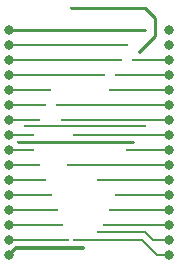
<source format=gbr>
G04 #@! TF.GenerationSoftware,KiCad,Pcbnew,(6.0.1-0)*
G04 #@! TF.CreationDate,2022-03-14T11:45:24-04:00*
G04 #@! TF.ProjectId,MBC1-TSOP40,4d424331-2d54-4534-9f50-34302e6b6963,rev?*
G04 #@! TF.SameCoordinates,Original*
G04 #@! TF.FileFunction,Copper,L2,Bot*
G04 #@! TF.FilePolarity,Positive*
%FSLAX46Y46*%
G04 Gerber Fmt 4.6, Leading zero omitted, Abs format (unit mm)*
G04 Created by KiCad (PCBNEW (6.0.1-0)) date 2022-03-14 11:45:24*
%MOMM*%
%LPD*%
G01*
G04 APERTURE LIST*
G04 #@! TA.AperFunction,ViaPad*
%ADD10C,0.800000*%
G04 #@! TD*
G04 #@! TA.AperFunction,ViaPad*
%ADD11C,0.300000*%
G04 #@! TD*
G04 #@! TA.AperFunction,Conductor*
%ADD12C,0.250000*%
G04 #@! TD*
G04 #@! TA.AperFunction,Conductor*
%ADD13C,0.200000*%
G04 #@! TD*
G04 #@! TA.AperFunction,Conductor*
%ADD14C,0.300000*%
G04 #@! TD*
G04 APERTURE END LIST*
D10*
G04 #@! TO.N,VCC*
X119400000Y-49300000D03*
G04 #@! TO.N,A18*
X119400000Y-50570000D03*
D11*
G04 #@! TO.N,A17*
X116370000Y-51840000D03*
D10*
X119400000Y-51840000D03*
D11*
G04 #@! TO.N,A14*
X114870000Y-53110000D03*
D10*
X119400000Y-53110000D03*
D11*
G04 #@! TO.N,A13*
X114370000Y-54380000D03*
D10*
X119400000Y-54380000D03*
D11*
G04 #@! TO.N,A8*
X109875000Y-55650000D03*
D10*
X119400000Y-55650000D03*
D11*
G04 #@! TO.N,A9*
X110375000Y-56925000D03*
D10*
X119400000Y-56920000D03*
D11*
G04 #@! TO.N,A11*
X111370000Y-58190000D03*
D10*
X119400000Y-58190000D03*
D11*
G04 #@! TO.N,/OE*
X115850000Y-59450000D03*
D10*
X119400000Y-59460000D03*
G04 #@! TO.N,A10*
X119400000Y-60730000D03*
D11*
X110875000Y-60730000D03*
D10*
G04 #@! TO.N,CE*
X119400000Y-62000000D03*
D11*
X113370000Y-62000000D03*
G04 #@! TO.N,D7*
X114875000Y-63250000D03*
D10*
X119400000Y-63270000D03*
D11*
G04 #@! TO.N,D6*
X114375000Y-64525000D03*
D10*
X119400000Y-64540000D03*
D11*
G04 #@! TO.N,D5*
X113875000Y-65800000D03*
D10*
X119400000Y-65810000D03*
G04 #@! TO.N,D4*
X119400000Y-67080000D03*
D11*
X113375000Y-66400000D03*
G04 #@! TO.N,D3*
X111375000Y-67100000D03*
D10*
X119400000Y-68350000D03*
D11*
G04 #@! TO.N,GND*
X112120000Y-67780000D03*
D10*
X105850000Y-68350000D03*
G04 #@! TO.N,D2*
X105850000Y-67080000D03*
D11*
X110875000Y-67100000D03*
G04 #@! TO.N,D1*
X110375000Y-65825000D03*
D10*
X105850000Y-65810000D03*
G04 #@! TO.N,D0*
X105850000Y-64540000D03*
D11*
X109875000Y-64550000D03*
D10*
G04 #@! TO.N,A0*
X105850000Y-63270000D03*
D11*
X109375000Y-63275000D03*
G04 #@! TO.N,A1*
X108875000Y-62000000D03*
D10*
X105850000Y-62000000D03*
G04 #@! TO.N,A2*
X105850000Y-60730000D03*
D11*
X108375000Y-60750000D03*
D10*
G04 #@! TO.N,A3*
X105850000Y-59460000D03*
D11*
X107875000Y-59450000D03*
G04 #@! TO.N,A4*
X107875000Y-58200000D03*
D10*
X105850000Y-58190000D03*
G04 #@! TO.N,A5*
X105850000Y-56920000D03*
D11*
X108375000Y-56925000D03*
D10*
G04 #@! TO.N,A6*
X105850000Y-55650000D03*
D11*
X108875000Y-55675000D03*
D10*
G04 #@! TO.N,A7*
X105850000Y-54380000D03*
D11*
X109350000Y-54375000D03*
D10*
G04 #@! TO.N,A12*
X105850000Y-53110000D03*
D11*
X113875000Y-53100000D03*
G04 #@! TO.N,A15*
X115350000Y-51850000D03*
D10*
X105850000Y-51840000D03*
G04 #@! TO.N,A16*
X105850000Y-50570000D03*
D11*
X115870000Y-50570000D03*
G04 #@! TO.N,A19*
X117375000Y-49325000D03*
D10*
X105850000Y-49300000D03*
D11*
G04 #@! TO.N,WE*
X106650000Y-58775000D03*
X116375000Y-58775000D03*
G04 #@! TO.N,A20*
X117370000Y-57450000D03*
X107175000Y-57450000D03*
G04 #@! TO.N,A21*
X111060000Y-47470000D03*
X116870000Y-51130000D03*
G04 #@! TD*
D12*
G04 #@! TO.N,A21*
X116870000Y-51130000D02*
X118190000Y-49810000D01*
G04 #@! TO.N,WE*
X106650000Y-58775000D02*
X116375000Y-58775000D01*
D13*
G04 #@! TO.N,A17*
X116370000Y-51840000D02*
X119299980Y-51840000D01*
G04 #@! TO.N,A14*
X114870000Y-53110000D02*
X119299980Y-53110000D01*
G04 #@! TO.N,A13*
X114370000Y-54380000D02*
X119299980Y-54380000D01*
G04 #@! TO.N,A8*
X109875000Y-55650000D02*
X119299980Y-55650000D01*
G04 #@! TO.N,A9*
X119299980Y-56925000D02*
X119299980Y-56920000D01*
X110375000Y-56925000D02*
X119299980Y-56925000D01*
G04 #@! TO.N,A11*
X111370000Y-58190000D02*
X119299980Y-58190000D01*
G04 #@! TO.N,/OE*
X115850000Y-59450000D02*
X119299980Y-59450000D01*
X119299980Y-59450000D02*
X119299980Y-59460000D01*
G04 #@! TO.N,A10*
X110875000Y-60730000D02*
X119299980Y-60730000D01*
G04 #@! TO.N,CE*
X113370000Y-62000000D02*
X119299980Y-62000000D01*
G04 #@! TO.N,D7*
X119299980Y-63250000D02*
X119299980Y-63270000D01*
X114875000Y-63250000D02*
X119299980Y-63250000D01*
G04 #@! TO.N,D6*
X114375000Y-64525000D02*
X119299980Y-64525000D01*
X119299980Y-64525000D02*
X119299980Y-64540000D01*
G04 #@! TO.N,D5*
X113875000Y-65800000D02*
X119299980Y-65800000D01*
X119299980Y-65800000D02*
X119299980Y-65810000D01*
G04 #@! TO.N,D4*
X117400000Y-66400000D02*
X118080000Y-67080000D01*
X118080000Y-67080000D02*
X119299980Y-67080000D01*
X113375000Y-66400000D02*
X117400000Y-66400000D01*
G04 #@! TO.N,D3*
X111375000Y-67100000D02*
X117125000Y-67100000D01*
X117125000Y-67100000D02*
X118400000Y-68375000D01*
X119299980Y-68375000D02*
X119299980Y-68350000D01*
X118400000Y-68375000D02*
X119299980Y-68375000D01*
D14*
G04 #@! TO.N,GND*
X106010020Y-68189980D02*
X106010020Y-68350000D01*
X106420000Y-67780000D02*
X106010020Y-68189980D01*
X112120000Y-67780000D02*
X106420000Y-67780000D01*
D13*
G04 #@! TO.N,D2*
X110875000Y-67100000D02*
X105960020Y-67100000D01*
X105960020Y-67100000D02*
X105960020Y-67080000D01*
G04 #@! TO.N,D1*
X110375000Y-65825000D02*
X105960020Y-65825000D01*
X105960020Y-65825000D02*
X105960020Y-65810000D01*
G04 #@! TO.N,D0*
X105960020Y-64550000D02*
X105960020Y-64540000D01*
X109875000Y-64550000D02*
X105960020Y-64550000D01*
G04 #@! TO.N,A0*
X109375000Y-63275000D02*
X105960020Y-63275000D01*
X105960020Y-63275000D02*
X105960020Y-63270000D01*
G04 #@! TO.N,A1*
X108875000Y-62000000D02*
X105960020Y-62000000D01*
G04 #@! TO.N,A2*
X105960020Y-60750000D02*
X105960020Y-60730000D01*
X108375000Y-60750000D02*
X105960020Y-60750000D01*
G04 #@! TO.N,A3*
X107875000Y-59450000D02*
X107865000Y-59460000D01*
X107865000Y-59460000D02*
X105960020Y-59460000D01*
G04 #@! TO.N,A4*
X105960020Y-58200000D02*
X105960020Y-58190000D01*
X107875000Y-58200000D02*
X105960020Y-58200000D01*
G04 #@! TO.N,A5*
X108375000Y-56925000D02*
X105960020Y-56925000D01*
X105960020Y-56925000D02*
X105960020Y-56920000D01*
G04 #@! TO.N,A6*
X105960020Y-55675000D02*
X105960020Y-55650000D01*
X108875000Y-55675000D02*
X105960020Y-55675000D01*
G04 #@! TO.N,A7*
X109350000Y-54375000D02*
X105960020Y-54375000D01*
X105960020Y-54375000D02*
X105960020Y-54380000D01*
G04 #@! TO.N,A12*
X113875000Y-53100000D02*
X105960020Y-53100000D01*
X105960020Y-53100000D02*
X105960020Y-53110000D01*
G04 #@! TO.N,A15*
X106075000Y-51850000D02*
X106065000Y-51840000D01*
X115350000Y-51850000D02*
X106075000Y-51850000D01*
X106065000Y-51840000D02*
X105960020Y-51840000D01*
G04 #@! TO.N,A16*
X115870000Y-50570000D02*
X105960020Y-50570000D01*
D12*
G04 #@! TO.N,A19*
X117375000Y-49325000D02*
X105985020Y-49325000D01*
X105985020Y-49325000D02*
X105985020Y-49300000D01*
D13*
G04 #@! TO.N,A20*
X117370000Y-57450000D02*
X107175000Y-57450000D01*
D12*
G04 #@! TO.N,A21*
X118190000Y-49810000D02*
X118190000Y-48270000D01*
X117390000Y-47470000D02*
X111060000Y-47470000D01*
X118190000Y-48270000D02*
X117390000Y-47470000D01*
G04 #@! TD*
M02*

</source>
